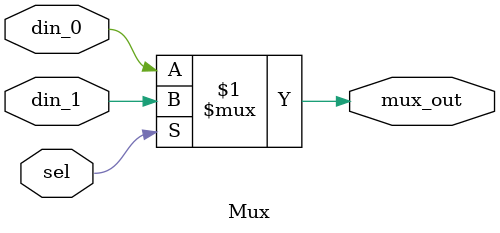
<source format=v>
module  Mux(
din_0      , // Mux first input
din_1      , // Mux Second input
sel        , // Select input
mux_out      // Mux output
);
//-----------Input Ports---------------
input din_0, din_1, sel ;
//-----------Output Ports---------------
output mux_out;
//------------Internal Variables--------
wire  mux_out;
//-------------Code Start-----------------
assign mux_out = (sel) ? din_1 : din_0;

endmodule //End Of Module mux


</source>
